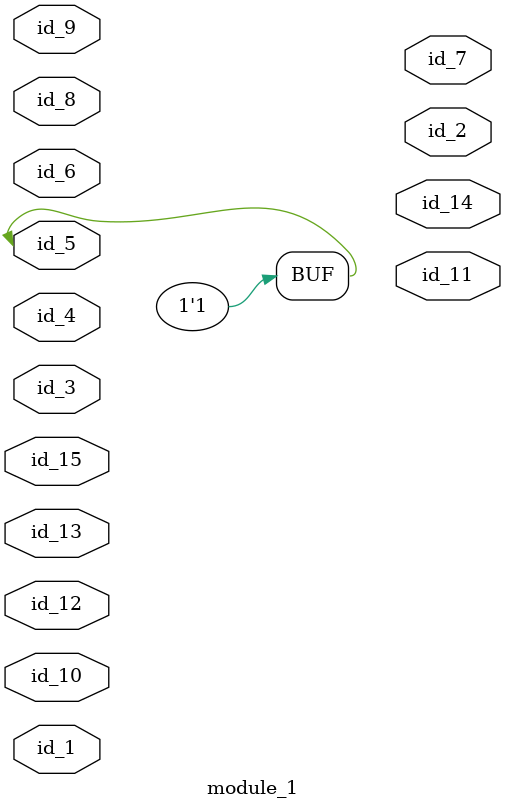
<source format=v>
module module_0 (
    id_1,
    id_2
);
  inout wire id_2;
  output wire id_1;
  assign id_2 = 1;
endmodule
module module_1 (
    id_1,
    id_2,
    id_3,
    id_4,
    id_5,
    id_6,
    id_7,
    id_8,
    id_9,
    id_10,
    id_11,
    id_12,
    id_13,
    id_14,
    id_15
);
  inout wire id_15;
  output wire id_14;
  input wire id_13;
  inout wire id_12;
  output wire id_11;
  input wire id_10;
  input wire id_9;
  input wire id_8;
  output wire id_7;
  input wire id_6;
  inout wire id_5;
  input wire id_4;
  inout wire id_3;
  output wire id_2;
  input wire id_1;
  wire id_16;
  module_0 modCall_1 (
      id_16,
      id_5
  );
  assign id_5 = 1 ? 1 : 1 + (1) & id_15;
endmodule

</source>
